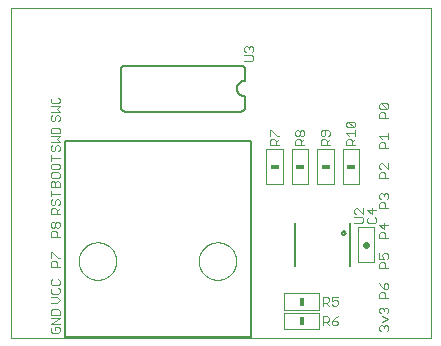
<source format=gto>
G75*
%MOIN*%
%OFA0B0*%
%FSLAX25Y25*%
%IPPOS*%
%LPD*%
%AMOC8*
5,1,8,0,0,1.08239X$1,22.5*
%
%ADD10C,0.00000*%
%ADD11C,0.00300*%
%ADD12C,0.00800*%
%ADD13R,0.01800X0.03000*%
%ADD14C,0.00200*%
%ADD15R,0.03000X0.01800*%
%ADD16C,0.00600*%
%ADD17C,0.02200*%
%ADD18C,0.00500*%
D10*
X0001500Y0005000D02*
X0001500Y0115000D01*
X0141500Y0115000D01*
X0141500Y0005000D01*
X0001500Y0005000D01*
X0024250Y0030500D02*
X0024252Y0030658D01*
X0024258Y0030815D01*
X0024268Y0030973D01*
X0024282Y0031130D01*
X0024300Y0031286D01*
X0024321Y0031443D01*
X0024347Y0031598D01*
X0024377Y0031753D01*
X0024410Y0031907D01*
X0024448Y0032060D01*
X0024489Y0032213D01*
X0024534Y0032364D01*
X0024583Y0032514D01*
X0024636Y0032662D01*
X0024692Y0032810D01*
X0024753Y0032955D01*
X0024816Y0033100D01*
X0024884Y0033242D01*
X0024955Y0033383D01*
X0025029Y0033522D01*
X0025107Y0033659D01*
X0025189Y0033794D01*
X0025273Y0033927D01*
X0025362Y0034058D01*
X0025453Y0034186D01*
X0025548Y0034313D01*
X0025645Y0034436D01*
X0025746Y0034558D01*
X0025850Y0034676D01*
X0025957Y0034792D01*
X0026067Y0034905D01*
X0026179Y0035016D01*
X0026295Y0035123D01*
X0026413Y0035228D01*
X0026533Y0035330D01*
X0026656Y0035428D01*
X0026782Y0035524D01*
X0026910Y0035616D01*
X0027040Y0035705D01*
X0027172Y0035791D01*
X0027307Y0035873D01*
X0027444Y0035952D01*
X0027582Y0036027D01*
X0027722Y0036099D01*
X0027865Y0036167D01*
X0028008Y0036232D01*
X0028154Y0036293D01*
X0028301Y0036350D01*
X0028449Y0036404D01*
X0028599Y0036454D01*
X0028749Y0036500D01*
X0028901Y0036542D01*
X0029054Y0036581D01*
X0029208Y0036615D01*
X0029363Y0036646D01*
X0029518Y0036672D01*
X0029674Y0036695D01*
X0029831Y0036714D01*
X0029988Y0036729D01*
X0030145Y0036740D01*
X0030303Y0036747D01*
X0030461Y0036750D01*
X0030618Y0036749D01*
X0030776Y0036744D01*
X0030933Y0036735D01*
X0031091Y0036722D01*
X0031247Y0036705D01*
X0031404Y0036684D01*
X0031559Y0036660D01*
X0031714Y0036631D01*
X0031869Y0036598D01*
X0032022Y0036562D01*
X0032175Y0036521D01*
X0032326Y0036477D01*
X0032476Y0036429D01*
X0032625Y0036378D01*
X0032773Y0036322D01*
X0032919Y0036263D01*
X0033064Y0036200D01*
X0033207Y0036133D01*
X0033348Y0036063D01*
X0033487Y0035990D01*
X0033625Y0035913D01*
X0033761Y0035832D01*
X0033894Y0035748D01*
X0034025Y0035661D01*
X0034154Y0035570D01*
X0034281Y0035476D01*
X0034406Y0035379D01*
X0034527Y0035279D01*
X0034647Y0035176D01*
X0034763Y0035070D01*
X0034877Y0034961D01*
X0034989Y0034849D01*
X0035097Y0034735D01*
X0035202Y0034617D01*
X0035305Y0034497D01*
X0035404Y0034375D01*
X0035500Y0034250D01*
X0035593Y0034122D01*
X0035683Y0033993D01*
X0035769Y0033861D01*
X0035853Y0033727D01*
X0035932Y0033591D01*
X0036009Y0033453D01*
X0036081Y0033313D01*
X0036150Y0033171D01*
X0036216Y0033028D01*
X0036278Y0032883D01*
X0036336Y0032736D01*
X0036391Y0032588D01*
X0036442Y0032439D01*
X0036489Y0032288D01*
X0036532Y0032137D01*
X0036571Y0031984D01*
X0036607Y0031830D01*
X0036638Y0031676D01*
X0036666Y0031521D01*
X0036690Y0031365D01*
X0036710Y0031208D01*
X0036726Y0031051D01*
X0036738Y0030894D01*
X0036746Y0030737D01*
X0036750Y0030579D01*
X0036750Y0030421D01*
X0036746Y0030263D01*
X0036738Y0030106D01*
X0036726Y0029949D01*
X0036710Y0029792D01*
X0036690Y0029635D01*
X0036666Y0029479D01*
X0036638Y0029324D01*
X0036607Y0029170D01*
X0036571Y0029016D01*
X0036532Y0028863D01*
X0036489Y0028712D01*
X0036442Y0028561D01*
X0036391Y0028412D01*
X0036336Y0028264D01*
X0036278Y0028117D01*
X0036216Y0027972D01*
X0036150Y0027829D01*
X0036081Y0027687D01*
X0036009Y0027547D01*
X0035932Y0027409D01*
X0035853Y0027273D01*
X0035769Y0027139D01*
X0035683Y0027007D01*
X0035593Y0026878D01*
X0035500Y0026750D01*
X0035404Y0026625D01*
X0035305Y0026503D01*
X0035202Y0026383D01*
X0035097Y0026265D01*
X0034989Y0026151D01*
X0034877Y0026039D01*
X0034763Y0025930D01*
X0034647Y0025824D01*
X0034527Y0025721D01*
X0034406Y0025621D01*
X0034281Y0025524D01*
X0034154Y0025430D01*
X0034025Y0025339D01*
X0033894Y0025252D01*
X0033761Y0025168D01*
X0033625Y0025087D01*
X0033487Y0025010D01*
X0033348Y0024937D01*
X0033207Y0024867D01*
X0033064Y0024800D01*
X0032919Y0024737D01*
X0032773Y0024678D01*
X0032625Y0024622D01*
X0032476Y0024571D01*
X0032326Y0024523D01*
X0032175Y0024479D01*
X0032022Y0024438D01*
X0031869Y0024402D01*
X0031714Y0024369D01*
X0031559Y0024340D01*
X0031404Y0024316D01*
X0031247Y0024295D01*
X0031091Y0024278D01*
X0030933Y0024265D01*
X0030776Y0024256D01*
X0030618Y0024251D01*
X0030461Y0024250D01*
X0030303Y0024253D01*
X0030145Y0024260D01*
X0029988Y0024271D01*
X0029831Y0024286D01*
X0029674Y0024305D01*
X0029518Y0024328D01*
X0029363Y0024354D01*
X0029208Y0024385D01*
X0029054Y0024419D01*
X0028901Y0024458D01*
X0028749Y0024500D01*
X0028599Y0024546D01*
X0028449Y0024596D01*
X0028301Y0024650D01*
X0028154Y0024707D01*
X0028008Y0024768D01*
X0027865Y0024833D01*
X0027722Y0024901D01*
X0027582Y0024973D01*
X0027444Y0025048D01*
X0027307Y0025127D01*
X0027172Y0025209D01*
X0027040Y0025295D01*
X0026910Y0025384D01*
X0026782Y0025476D01*
X0026656Y0025572D01*
X0026533Y0025670D01*
X0026413Y0025772D01*
X0026295Y0025877D01*
X0026179Y0025984D01*
X0026067Y0026095D01*
X0025957Y0026208D01*
X0025850Y0026324D01*
X0025746Y0026442D01*
X0025645Y0026564D01*
X0025548Y0026687D01*
X0025453Y0026814D01*
X0025362Y0026942D01*
X0025273Y0027073D01*
X0025189Y0027206D01*
X0025107Y0027341D01*
X0025029Y0027478D01*
X0024955Y0027617D01*
X0024884Y0027758D01*
X0024816Y0027900D01*
X0024753Y0028045D01*
X0024692Y0028190D01*
X0024636Y0028338D01*
X0024583Y0028486D01*
X0024534Y0028636D01*
X0024489Y0028787D01*
X0024448Y0028940D01*
X0024410Y0029093D01*
X0024377Y0029247D01*
X0024347Y0029402D01*
X0024321Y0029557D01*
X0024300Y0029714D01*
X0024282Y0029870D01*
X0024268Y0030027D01*
X0024258Y0030185D01*
X0024252Y0030342D01*
X0024250Y0030500D01*
X0064250Y0030500D02*
X0064252Y0030658D01*
X0064258Y0030815D01*
X0064268Y0030973D01*
X0064282Y0031130D01*
X0064300Y0031286D01*
X0064321Y0031443D01*
X0064347Y0031598D01*
X0064377Y0031753D01*
X0064410Y0031907D01*
X0064448Y0032060D01*
X0064489Y0032213D01*
X0064534Y0032364D01*
X0064583Y0032514D01*
X0064636Y0032662D01*
X0064692Y0032810D01*
X0064753Y0032955D01*
X0064816Y0033100D01*
X0064884Y0033242D01*
X0064955Y0033383D01*
X0065029Y0033522D01*
X0065107Y0033659D01*
X0065189Y0033794D01*
X0065273Y0033927D01*
X0065362Y0034058D01*
X0065453Y0034186D01*
X0065548Y0034313D01*
X0065645Y0034436D01*
X0065746Y0034558D01*
X0065850Y0034676D01*
X0065957Y0034792D01*
X0066067Y0034905D01*
X0066179Y0035016D01*
X0066295Y0035123D01*
X0066413Y0035228D01*
X0066533Y0035330D01*
X0066656Y0035428D01*
X0066782Y0035524D01*
X0066910Y0035616D01*
X0067040Y0035705D01*
X0067172Y0035791D01*
X0067307Y0035873D01*
X0067444Y0035952D01*
X0067582Y0036027D01*
X0067722Y0036099D01*
X0067865Y0036167D01*
X0068008Y0036232D01*
X0068154Y0036293D01*
X0068301Y0036350D01*
X0068449Y0036404D01*
X0068599Y0036454D01*
X0068749Y0036500D01*
X0068901Y0036542D01*
X0069054Y0036581D01*
X0069208Y0036615D01*
X0069363Y0036646D01*
X0069518Y0036672D01*
X0069674Y0036695D01*
X0069831Y0036714D01*
X0069988Y0036729D01*
X0070145Y0036740D01*
X0070303Y0036747D01*
X0070461Y0036750D01*
X0070618Y0036749D01*
X0070776Y0036744D01*
X0070933Y0036735D01*
X0071091Y0036722D01*
X0071247Y0036705D01*
X0071404Y0036684D01*
X0071559Y0036660D01*
X0071714Y0036631D01*
X0071869Y0036598D01*
X0072022Y0036562D01*
X0072175Y0036521D01*
X0072326Y0036477D01*
X0072476Y0036429D01*
X0072625Y0036378D01*
X0072773Y0036322D01*
X0072919Y0036263D01*
X0073064Y0036200D01*
X0073207Y0036133D01*
X0073348Y0036063D01*
X0073487Y0035990D01*
X0073625Y0035913D01*
X0073761Y0035832D01*
X0073894Y0035748D01*
X0074025Y0035661D01*
X0074154Y0035570D01*
X0074281Y0035476D01*
X0074406Y0035379D01*
X0074527Y0035279D01*
X0074647Y0035176D01*
X0074763Y0035070D01*
X0074877Y0034961D01*
X0074989Y0034849D01*
X0075097Y0034735D01*
X0075202Y0034617D01*
X0075305Y0034497D01*
X0075404Y0034375D01*
X0075500Y0034250D01*
X0075593Y0034122D01*
X0075683Y0033993D01*
X0075769Y0033861D01*
X0075853Y0033727D01*
X0075932Y0033591D01*
X0076009Y0033453D01*
X0076081Y0033313D01*
X0076150Y0033171D01*
X0076216Y0033028D01*
X0076278Y0032883D01*
X0076336Y0032736D01*
X0076391Y0032588D01*
X0076442Y0032439D01*
X0076489Y0032288D01*
X0076532Y0032137D01*
X0076571Y0031984D01*
X0076607Y0031830D01*
X0076638Y0031676D01*
X0076666Y0031521D01*
X0076690Y0031365D01*
X0076710Y0031208D01*
X0076726Y0031051D01*
X0076738Y0030894D01*
X0076746Y0030737D01*
X0076750Y0030579D01*
X0076750Y0030421D01*
X0076746Y0030263D01*
X0076738Y0030106D01*
X0076726Y0029949D01*
X0076710Y0029792D01*
X0076690Y0029635D01*
X0076666Y0029479D01*
X0076638Y0029324D01*
X0076607Y0029170D01*
X0076571Y0029016D01*
X0076532Y0028863D01*
X0076489Y0028712D01*
X0076442Y0028561D01*
X0076391Y0028412D01*
X0076336Y0028264D01*
X0076278Y0028117D01*
X0076216Y0027972D01*
X0076150Y0027829D01*
X0076081Y0027687D01*
X0076009Y0027547D01*
X0075932Y0027409D01*
X0075853Y0027273D01*
X0075769Y0027139D01*
X0075683Y0027007D01*
X0075593Y0026878D01*
X0075500Y0026750D01*
X0075404Y0026625D01*
X0075305Y0026503D01*
X0075202Y0026383D01*
X0075097Y0026265D01*
X0074989Y0026151D01*
X0074877Y0026039D01*
X0074763Y0025930D01*
X0074647Y0025824D01*
X0074527Y0025721D01*
X0074406Y0025621D01*
X0074281Y0025524D01*
X0074154Y0025430D01*
X0074025Y0025339D01*
X0073894Y0025252D01*
X0073761Y0025168D01*
X0073625Y0025087D01*
X0073487Y0025010D01*
X0073348Y0024937D01*
X0073207Y0024867D01*
X0073064Y0024800D01*
X0072919Y0024737D01*
X0072773Y0024678D01*
X0072625Y0024622D01*
X0072476Y0024571D01*
X0072326Y0024523D01*
X0072175Y0024479D01*
X0072022Y0024438D01*
X0071869Y0024402D01*
X0071714Y0024369D01*
X0071559Y0024340D01*
X0071404Y0024316D01*
X0071247Y0024295D01*
X0071091Y0024278D01*
X0070933Y0024265D01*
X0070776Y0024256D01*
X0070618Y0024251D01*
X0070461Y0024250D01*
X0070303Y0024253D01*
X0070145Y0024260D01*
X0069988Y0024271D01*
X0069831Y0024286D01*
X0069674Y0024305D01*
X0069518Y0024328D01*
X0069363Y0024354D01*
X0069208Y0024385D01*
X0069054Y0024419D01*
X0068901Y0024458D01*
X0068749Y0024500D01*
X0068599Y0024546D01*
X0068449Y0024596D01*
X0068301Y0024650D01*
X0068154Y0024707D01*
X0068008Y0024768D01*
X0067865Y0024833D01*
X0067722Y0024901D01*
X0067582Y0024973D01*
X0067444Y0025048D01*
X0067307Y0025127D01*
X0067172Y0025209D01*
X0067040Y0025295D01*
X0066910Y0025384D01*
X0066782Y0025476D01*
X0066656Y0025572D01*
X0066533Y0025670D01*
X0066413Y0025772D01*
X0066295Y0025877D01*
X0066179Y0025984D01*
X0066067Y0026095D01*
X0065957Y0026208D01*
X0065850Y0026324D01*
X0065746Y0026442D01*
X0065645Y0026564D01*
X0065548Y0026687D01*
X0065453Y0026814D01*
X0065362Y0026942D01*
X0065273Y0027073D01*
X0065189Y0027206D01*
X0065107Y0027341D01*
X0065029Y0027478D01*
X0064955Y0027617D01*
X0064884Y0027758D01*
X0064816Y0027900D01*
X0064753Y0028045D01*
X0064692Y0028190D01*
X0064636Y0028338D01*
X0064583Y0028486D01*
X0064534Y0028636D01*
X0064489Y0028787D01*
X0064448Y0028940D01*
X0064410Y0029093D01*
X0064377Y0029247D01*
X0064347Y0029402D01*
X0064321Y0029557D01*
X0064300Y0029714D01*
X0064282Y0029870D01*
X0064268Y0030027D01*
X0064258Y0030185D01*
X0064252Y0030342D01*
X0064250Y0030500D01*
D11*
X0087948Y0069150D02*
X0087948Y0070601D01*
X0088431Y0071085D01*
X0089399Y0071085D01*
X0089883Y0070601D01*
X0089883Y0069150D01*
X0090850Y0069150D02*
X0087948Y0069150D01*
X0089883Y0070117D02*
X0090850Y0071085D01*
X0090850Y0072097D02*
X0090366Y0072097D01*
X0088431Y0074031D01*
X0087948Y0074031D01*
X0087948Y0072097D01*
X0096448Y0072580D02*
X0096448Y0073548D01*
X0096931Y0074031D01*
X0097415Y0074031D01*
X0097899Y0073548D01*
X0097899Y0072580D01*
X0097415Y0072097D01*
X0096931Y0072097D01*
X0096448Y0072580D01*
X0097899Y0072580D02*
X0098383Y0072097D01*
X0098866Y0072097D01*
X0099350Y0072580D01*
X0099350Y0073548D01*
X0098866Y0074031D01*
X0098383Y0074031D01*
X0097899Y0073548D01*
X0097899Y0071085D02*
X0098383Y0070601D01*
X0098383Y0069150D01*
X0099350Y0069150D02*
X0096448Y0069150D01*
X0096448Y0070601D01*
X0096931Y0071085D01*
X0097899Y0071085D01*
X0098383Y0070117D02*
X0099350Y0071085D01*
X0104948Y0070601D02*
X0105431Y0071085D01*
X0106399Y0071085D01*
X0106883Y0070601D01*
X0106883Y0069150D01*
X0107850Y0069150D02*
X0104948Y0069150D01*
X0104948Y0070601D01*
X0105431Y0072097D02*
X0105915Y0072097D01*
X0106399Y0072580D01*
X0106399Y0074031D01*
X0107366Y0074031D02*
X0105431Y0074031D01*
X0104948Y0073548D01*
X0104948Y0072580D01*
X0105431Y0072097D01*
X0106883Y0070117D02*
X0107850Y0071085D01*
X0107366Y0072097D02*
X0107850Y0072580D01*
X0107850Y0073548D01*
X0107366Y0074031D01*
X0113448Y0073064D02*
X0116350Y0073064D01*
X0116350Y0072097D02*
X0116350Y0074031D01*
X0115866Y0075043D02*
X0113931Y0076978D01*
X0115866Y0076978D01*
X0116350Y0076494D01*
X0116350Y0075527D01*
X0115866Y0075043D01*
X0113931Y0075043D01*
X0113448Y0075527D01*
X0113448Y0076494D01*
X0113931Y0076978D01*
X0113448Y0073064D02*
X0114415Y0072097D01*
X0113931Y0071085D02*
X0114899Y0071085D01*
X0115383Y0070601D01*
X0115383Y0069150D01*
X0116350Y0069150D02*
X0113448Y0069150D01*
X0113448Y0070601D01*
X0113931Y0071085D01*
X0115383Y0070117D02*
X0116350Y0071085D01*
X0124448Y0072064D02*
X0127350Y0072064D01*
X0127350Y0071097D02*
X0127350Y0073031D01*
X0125415Y0071097D02*
X0124448Y0072064D01*
X0124931Y0070085D02*
X0124448Y0069601D01*
X0124448Y0068150D01*
X0127350Y0068150D01*
X0126383Y0068150D02*
X0126383Y0069601D01*
X0125899Y0070085D01*
X0124931Y0070085D01*
X0124931Y0063031D02*
X0124448Y0062548D01*
X0124448Y0061580D01*
X0124931Y0061097D01*
X0124931Y0060085D02*
X0125899Y0060085D01*
X0126383Y0059601D01*
X0126383Y0058150D01*
X0127350Y0058150D02*
X0124448Y0058150D01*
X0124448Y0059601D01*
X0124931Y0060085D01*
X0127350Y0061097D02*
X0125415Y0063031D01*
X0124931Y0063031D01*
X0127350Y0063031D02*
X0127350Y0061097D01*
X0126866Y0053031D02*
X0127350Y0052548D01*
X0127350Y0051580D01*
X0126866Y0051097D01*
X0125899Y0052064D02*
X0125899Y0052548D01*
X0126383Y0053031D01*
X0126866Y0053031D01*
X0125899Y0052548D02*
X0125415Y0053031D01*
X0124931Y0053031D01*
X0124448Y0052548D01*
X0124448Y0051580D01*
X0124931Y0051097D01*
X0124931Y0050085D02*
X0124448Y0049601D01*
X0124448Y0048150D01*
X0127350Y0048150D01*
X0126383Y0048150D02*
X0126383Y0049601D01*
X0125899Y0050085D01*
X0124931Y0050085D01*
X0123350Y0047548D02*
X0120448Y0047548D01*
X0121899Y0046097D01*
X0121899Y0048031D01*
X0119050Y0048138D02*
X0119050Y0046203D01*
X0117115Y0048138D01*
X0116631Y0048138D01*
X0116148Y0047655D01*
X0116148Y0046687D01*
X0116631Y0046203D01*
X0116148Y0045192D02*
X0118566Y0045192D01*
X0119050Y0044708D01*
X0119050Y0043741D01*
X0118566Y0043257D01*
X0116148Y0043257D01*
X0120448Y0043634D02*
X0120931Y0043150D01*
X0122866Y0043150D01*
X0123350Y0043634D01*
X0123350Y0044601D01*
X0122866Y0045085D01*
X0120931Y0045085D02*
X0120448Y0044601D01*
X0120448Y0043634D01*
X0124448Y0042548D02*
X0125899Y0041097D01*
X0125899Y0043031D01*
X0127350Y0042548D02*
X0124448Y0042548D01*
X0124931Y0040085D02*
X0125899Y0040085D01*
X0126383Y0039601D01*
X0126383Y0038150D01*
X0127350Y0038150D02*
X0124448Y0038150D01*
X0124448Y0039601D01*
X0124931Y0040085D01*
X0124448Y0033031D02*
X0124448Y0031097D01*
X0125899Y0031097D01*
X0125415Y0032064D01*
X0125415Y0032548D01*
X0125899Y0033031D01*
X0126866Y0033031D01*
X0127350Y0032548D01*
X0127350Y0031580D01*
X0126866Y0031097D01*
X0125899Y0030085D02*
X0126383Y0029601D01*
X0126383Y0028150D01*
X0127350Y0028150D02*
X0124448Y0028150D01*
X0124448Y0029601D01*
X0124931Y0030085D01*
X0125899Y0030085D01*
X0126383Y0023031D02*
X0125899Y0022548D01*
X0125899Y0021097D01*
X0126866Y0021097D01*
X0127350Y0021580D01*
X0127350Y0022548D01*
X0126866Y0023031D01*
X0126383Y0023031D01*
X0124931Y0022064D02*
X0125899Y0021097D01*
X0125899Y0020085D02*
X0126383Y0019601D01*
X0126383Y0018150D01*
X0127350Y0018150D02*
X0124448Y0018150D01*
X0124448Y0019601D01*
X0124931Y0020085D01*
X0125899Y0020085D01*
X0124931Y0022064D02*
X0124448Y0023031D01*
X0124931Y0014978D02*
X0125415Y0014978D01*
X0125899Y0014494D01*
X0126383Y0014978D01*
X0126866Y0014978D01*
X0127350Y0014494D01*
X0127350Y0013527D01*
X0126866Y0013043D01*
X0125899Y0014011D02*
X0125899Y0014494D01*
X0124931Y0014978D02*
X0124448Y0014494D01*
X0124448Y0013527D01*
X0124931Y0013043D01*
X0125415Y0012031D02*
X0127350Y0011064D01*
X0125415Y0010097D01*
X0125415Y0009085D02*
X0125899Y0008601D01*
X0126383Y0009085D01*
X0126866Y0009085D01*
X0127350Y0008601D01*
X0127350Y0007634D01*
X0126866Y0007150D01*
X0125899Y0008117D02*
X0125899Y0008601D01*
X0125415Y0009085D02*
X0124931Y0009085D01*
X0124448Y0008601D01*
X0124448Y0007634D01*
X0124931Y0007150D01*
X0110531Y0009634D02*
X0110531Y0010117D01*
X0110048Y0010601D01*
X0108597Y0010601D01*
X0108597Y0009634D01*
X0109080Y0009150D01*
X0110048Y0009150D01*
X0110531Y0009634D01*
X0108597Y0010601D02*
X0109564Y0011569D01*
X0110531Y0012052D01*
X0107585Y0011569D02*
X0107585Y0010601D01*
X0107101Y0010117D01*
X0105650Y0010117D01*
X0105650Y0009150D02*
X0105650Y0012052D01*
X0107101Y0012052D01*
X0107585Y0011569D01*
X0106617Y0010117D02*
X0107585Y0009150D01*
X0107585Y0015650D02*
X0106617Y0016617D01*
X0107101Y0016617D02*
X0105650Y0016617D01*
X0105650Y0015650D02*
X0105650Y0018552D01*
X0107101Y0018552D01*
X0107585Y0018069D01*
X0107585Y0017101D01*
X0107101Y0016617D01*
X0108597Y0016134D02*
X0109080Y0015650D01*
X0110048Y0015650D01*
X0110531Y0016134D01*
X0110531Y0017101D01*
X0110048Y0017585D01*
X0109564Y0017585D01*
X0108597Y0017101D01*
X0108597Y0018552D01*
X0110531Y0018552D01*
X0124448Y0078150D02*
X0124448Y0079601D01*
X0124931Y0080085D01*
X0125899Y0080085D01*
X0126383Y0079601D01*
X0126383Y0078150D01*
X0127350Y0078150D02*
X0124448Y0078150D01*
X0124931Y0081097D02*
X0124448Y0081580D01*
X0124448Y0082548D01*
X0124931Y0083031D01*
X0126866Y0081097D01*
X0127350Y0081580D01*
X0127350Y0082548D01*
X0126866Y0083031D01*
X0124931Y0083031D01*
X0124931Y0081097D02*
X0126866Y0081097D01*
X0082350Y0097634D02*
X0082350Y0098601D01*
X0081866Y0099085D01*
X0079448Y0099085D01*
X0079931Y0100097D02*
X0079448Y0100580D01*
X0079448Y0101548D01*
X0079931Y0102031D01*
X0080415Y0102031D01*
X0080899Y0101548D01*
X0081383Y0102031D01*
X0081866Y0102031D01*
X0082350Y0101548D01*
X0082350Y0100580D01*
X0081866Y0100097D01*
X0080899Y0101064D02*
X0080899Y0101548D01*
X0082350Y0097634D02*
X0081866Y0097150D01*
X0079448Y0097150D01*
X0017850Y0084494D02*
X0017366Y0084978D01*
X0017850Y0084494D02*
X0017850Y0083527D01*
X0017366Y0083043D01*
X0015431Y0083043D01*
X0014948Y0083527D01*
X0014948Y0084494D01*
X0015431Y0084978D01*
X0014948Y0082031D02*
X0017850Y0082031D01*
X0016883Y0081064D01*
X0017850Y0080097D01*
X0014948Y0080097D01*
X0015431Y0079085D02*
X0014948Y0078601D01*
X0014948Y0077634D01*
X0015431Y0077150D01*
X0015915Y0077150D01*
X0016399Y0077634D01*
X0016399Y0078601D01*
X0016883Y0079085D01*
X0017366Y0079085D01*
X0017850Y0078601D01*
X0017850Y0077634D01*
X0017366Y0077150D01*
X0017366Y0074978D02*
X0015431Y0074978D01*
X0014948Y0074494D01*
X0014948Y0073043D01*
X0017850Y0073043D01*
X0017850Y0074494D01*
X0017366Y0074978D01*
X0017850Y0072031D02*
X0014948Y0072031D01*
X0014948Y0070097D02*
X0017850Y0070097D01*
X0016883Y0071064D01*
X0017850Y0072031D01*
X0017366Y0069085D02*
X0017850Y0068601D01*
X0017850Y0067634D01*
X0017366Y0067150D01*
X0016399Y0067634D02*
X0016399Y0068601D01*
X0016883Y0069085D01*
X0017366Y0069085D01*
X0016399Y0067634D02*
X0015915Y0067150D01*
X0015431Y0067150D01*
X0014948Y0067634D01*
X0014948Y0068601D01*
X0015431Y0069085D01*
X0014948Y0065925D02*
X0014948Y0063990D01*
X0014948Y0064957D02*
X0017850Y0064957D01*
X0017366Y0062978D02*
X0015431Y0062978D01*
X0014948Y0062494D01*
X0014948Y0061527D01*
X0015431Y0061043D01*
X0017366Y0061043D01*
X0017850Y0061527D01*
X0017850Y0062494D01*
X0017366Y0062978D01*
X0017366Y0060031D02*
X0015431Y0060031D01*
X0014948Y0059548D01*
X0014948Y0058580D01*
X0015431Y0058097D01*
X0017366Y0058097D01*
X0017850Y0058580D01*
X0017850Y0059548D01*
X0017366Y0060031D01*
X0017366Y0057085D02*
X0017850Y0056601D01*
X0017850Y0055150D01*
X0014948Y0055150D01*
X0014948Y0056601D01*
X0015431Y0057085D01*
X0015915Y0057085D01*
X0016399Y0056601D01*
X0016399Y0055150D01*
X0016399Y0056601D02*
X0016883Y0057085D01*
X0017366Y0057085D01*
X0014948Y0053978D02*
X0014948Y0052043D01*
X0014948Y0053011D02*
X0017850Y0053011D01*
X0017366Y0051031D02*
X0017850Y0050548D01*
X0017850Y0049580D01*
X0017366Y0049097D01*
X0016399Y0049580D02*
X0016399Y0050548D01*
X0016883Y0051031D01*
X0017366Y0051031D01*
X0016399Y0049580D02*
X0015915Y0049097D01*
X0015431Y0049097D01*
X0014948Y0049580D01*
X0014948Y0050548D01*
X0015431Y0051031D01*
X0015431Y0048085D02*
X0016399Y0048085D01*
X0016883Y0047601D01*
X0016883Y0046150D01*
X0017850Y0046150D02*
X0014948Y0046150D01*
X0014948Y0047601D01*
X0015431Y0048085D01*
X0016883Y0047117D02*
X0017850Y0048085D01*
X0017366Y0043531D02*
X0017850Y0043048D01*
X0017850Y0042080D01*
X0017366Y0041597D01*
X0016883Y0041597D01*
X0016399Y0042080D01*
X0016399Y0043048D01*
X0016883Y0043531D01*
X0017366Y0043531D01*
X0016399Y0043048D02*
X0015915Y0043531D01*
X0015431Y0043531D01*
X0014948Y0043048D01*
X0014948Y0042080D01*
X0015431Y0041597D01*
X0015915Y0041597D01*
X0016399Y0042080D01*
X0016399Y0040585D02*
X0015431Y0040585D01*
X0014948Y0040101D01*
X0014948Y0038650D01*
X0017850Y0038650D01*
X0016883Y0038650D02*
X0016883Y0040101D01*
X0016399Y0040585D01*
X0015431Y0033531D02*
X0017366Y0031597D01*
X0017850Y0031597D01*
X0016399Y0030585D02*
X0016883Y0030101D01*
X0016883Y0028650D01*
X0017850Y0028650D02*
X0014948Y0028650D01*
X0014948Y0030101D01*
X0015431Y0030585D01*
X0016399Y0030585D01*
X0014948Y0031597D02*
X0014948Y0033531D01*
X0015431Y0033531D01*
X0015431Y0024478D02*
X0014948Y0023994D01*
X0014948Y0023027D01*
X0015431Y0022543D01*
X0017366Y0022543D01*
X0017850Y0023027D01*
X0017850Y0023994D01*
X0017366Y0024478D01*
X0017366Y0021531D02*
X0017850Y0021048D01*
X0017850Y0020080D01*
X0017366Y0019597D01*
X0015431Y0019597D01*
X0014948Y0020080D01*
X0014948Y0021048D01*
X0015431Y0021531D01*
X0014948Y0018585D02*
X0016883Y0018585D01*
X0017850Y0017617D01*
X0016883Y0016650D01*
X0014948Y0016650D01*
X0015431Y0014478D02*
X0014948Y0013994D01*
X0014948Y0012543D01*
X0017850Y0012543D01*
X0017850Y0013994D01*
X0017366Y0014478D01*
X0015431Y0014478D01*
X0014948Y0011531D02*
X0017850Y0011531D01*
X0014948Y0009597D01*
X0017850Y0009597D01*
X0017366Y0008585D02*
X0016399Y0008585D01*
X0016399Y0007617D01*
X0017366Y0006650D02*
X0015431Y0006650D01*
X0014948Y0007134D01*
X0014948Y0008101D01*
X0015431Y0008585D01*
X0017366Y0008585D02*
X0017850Y0008101D01*
X0017850Y0007134D01*
X0017366Y0006650D01*
D12*
X0039800Y0080337D02*
X0078200Y0080337D01*
X0078281Y0080349D01*
X0078361Y0080364D01*
X0078440Y0080383D01*
X0078518Y0080405D01*
X0078595Y0080432D01*
X0078671Y0080461D01*
X0078745Y0080495D01*
X0078817Y0080532D01*
X0078888Y0080572D01*
X0078956Y0080616D01*
X0079023Y0080663D01*
X0079087Y0080713D01*
X0079148Y0080766D01*
X0079207Y0080822D01*
X0079264Y0080881D01*
X0079317Y0080942D01*
X0079368Y0081006D01*
X0079415Y0081072D01*
X0079459Y0081140D01*
X0079500Y0081210D01*
X0079538Y0081282D01*
X0079572Y0081356D01*
X0079602Y0081432D01*
X0079629Y0081508D01*
X0079652Y0081586D01*
X0079672Y0081665D01*
X0079687Y0081745D01*
X0079699Y0081826D01*
X0079707Y0081906D01*
X0079711Y0081988D01*
X0079712Y0082069D01*
X0079708Y0082150D01*
X0079701Y0082231D01*
X0079700Y0082281D02*
X0079700Y0085600D01*
X0079500Y0085600D02*
X0079402Y0085602D01*
X0079304Y0085608D01*
X0079206Y0085617D01*
X0079109Y0085631D01*
X0079012Y0085648D01*
X0078916Y0085669D01*
X0078821Y0085694D01*
X0078727Y0085722D01*
X0078635Y0085755D01*
X0078543Y0085790D01*
X0078453Y0085830D01*
X0078365Y0085872D01*
X0078278Y0085919D01*
X0078194Y0085968D01*
X0078111Y0086021D01*
X0078031Y0086077D01*
X0077952Y0086137D01*
X0077876Y0086199D01*
X0077803Y0086264D01*
X0077732Y0086332D01*
X0077664Y0086403D01*
X0077599Y0086476D01*
X0077537Y0086552D01*
X0077477Y0086631D01*
X0077421Y0086711D01*
X0077368Y0086794D01*
X0077319Y0086878D01*
X0077272Y0086965D01*
X0077230Y0087053D01*
X0077190Y0087143D01*
X0077155Y0087235D01*
X0077122Y0087327D01*
X0077094Y0087421D01*
X0077069Y0087516D01*
X0077048Y0087612D01*
X0077031Y0087709D01*
X0077017Y0087806D01*
X0077008Y0087904D01*
X0077002Y0088002D01*
X0077000Y0088100D01*
X0077002Y0088198D01*
X0077008Y0088296D01*
X0077017Y0088394D01*
X0077031Y0088491D01*
X0077048Y0088588D01*
X0077069Y0088684D01*
X0077094Y0088779D01*
X0077122Y0088873D01*
X0077155Y0088965D01*
X0077190Y0089057D01*
X0077230Y0089147D01*
X0077272Y0089235D01*
X0077319Y0089322D01*
X0077368Y0089406D01*
X0077421Y0089489D01*
X0077477Y0089569D01*
X0077537Y0089648D01*
X0077599Y0089724D01*
X0077664Y0089797D01*
X0077732Y0089868D01*
X0077803Y0089936D01*
X0077876Y0090001D01*
X0077952Y0090063D01*
X0078031Y0090123D01*
X0078111Y0090179D01*
X0078194Y0090232D01*
X0078278Y0090281D01*
X0078365Y0090328D01*
X0078453Y0090370D01*
X0078543Y0090410D01*
X0078635Y0090445D01*
X0078727Y0090478D01*
X0078821Y0090506D01*
X0078916Y0090531D01*
X0079012Y0090552D01*
X0079109Y0090569D01*
X0079206Y0090583D01*
X0079304Y0090592D01*
X0079402Y0090598D01*
X0079500Y0090600D01*
X0079700Y0090600D02*
X0079700Y0094556D01*
X0079699Y0094556D02*
X0079687Y0094626D01*
X0079670Y0094696D01*
X0079650Y0094764D01*
X0079627Y0094832D01*
X0079599Y0094898D01*
X0079568Y0094962D01*
X0079534Y0095024D01*
X0079496Y0095085D01*
X0079456Y0095144D01*
X0079412Y0095200D01*
X0079365Y0095253D01*
X0079315Y0095305D01*
X0079262Y0095353D01*
X0079207Y0095398D01*
X0079150Y0095441D01*
X0079090Y0095480D01*
X0079028Y0095516D01*
X0078965Y0095548D01*
X0078900Y0095577D01*
X0078833Y0095603D01*
X0078765Y0095625D01*
X0078696Y0095643D01*
X0078626Y0095657D01*
X0078555Y0095667D01*
X0078484Y0095674D01*
X0078413Y0095677D01*
X0078342Y0095676D01*
X0078270Y0095671D01*
X0078200Y0095662D01*
X0078200Y0095663D02*
X0039406Y0095663D01*
X0039406Y0095662D02*
X0039336Y0095650D01*
X0039266Y0095633D01*
X0039198Y0095613D01*
X0039131Y0095589D01*
X0039065Y0095562D01*
X0039000Y0095531D01*
X0038938Y0095497D01*
X0038877Y0095459D01*
X0038819Y0095418D01*
X0038762Y0095374D01*
X0038709Y0095327D01*
X0038658Y0095277D01*
X0038609Y0095225D01*
X0038564Y0095170D01*
X0038521Y0095112D01*
X0038482Y0095053D01*
X0038446Y0094991D01*
X0038414Y0094927D01*
X0038385Y0094862D01*
X0038359Y0094796D01*
X0038338Y0094728D01*
X0038319Y0094658D01*
X0038305Y0094589D01*
X0038295Y0094518D01*
X0038288Y0094447D01*
X0038285Y0094376D01*
X0038286Y0094304D01*
X0038291Y0094233D01*
X0038300Y0094162D01*
X0038300Y0094163D02*
X0038300Y0081837D01*
X0038302Y0081761D01*
X0038308Y0081686D01*
X0038317Y0081610D01*
X0038331Y0081535D01*
X0038348Y0081461D01*
X0038369Y0081388D01*
X0038393Y0081316D01*
X0038421Y0081246D01*
X0038453Y0081177D01*
X0038488Y0081109D01*
X0038527Y0081044D01*
X0038569Y0080980D01*
X0038614Y0080919D01*
X0038662Y0080860D01*
X0038713Y0080804D01*
X0038767Y0080750D01*
X0038823Y0080699D01*
X0038882Y0080651D01*
X0038943Y0080606D01*
X0039007Y0080564D01*
X0039072Y0080525D01*
X0039140Y0080490D01*
X0039209Y0080458D01*
X0039279Y0080430D01*
X0039351Y0080406D01*
X0039424Y0080385D01*
X0039498Y0080368D01*
X0039573Y0080354D01*
X0039649Y0080345D01*
X0039724Y0080339D01*
X0039800Y0080337D01*
X0112035Y0039900D02*
X0112037Y0039947D01*
X0112043Y0039994D01*
X0112053Y0040041D01*
X0112066Y0040086D01*
X0112084Y0040130D01*
X0112105Y0040172D01*
X0112129Y0040213D01*
X0112157Y0040251D01*
X0112188Y0040287D01*
X0112222Y0040320D01*
X0112258Y0040350D01*
X0112297Y0040377D01*
X0112338Y0040401D01*
X0112381Y0040421D01*
X0112425Y0040437D01*
X0112471Y0040450D01*
X0112517Y0040459D01*
X0112565Y0040464D01*
X0112612Y0040465D01*
X0112659Y0040462D01*
X0112706Y0040455D01*
X0112752Y0040444D01*
X0112797Y0040430D01*
X0112841Y0040411D01*
X0112882Y0040389D01*
X0112922Y0040364D01*
X0112960Y0040335D01*
X0112995Y0040304D01*
X0113028Y0040269D01*
X0113057Y0040232D01*
X0113083Y0040193D01*
X0113106Y0040151D01*
X0113125Y0040108D01*
X0113141Y0040063D01*
X0113153Y0040017D01*
X0113161Y0039971D01*
X0113165Y0039924D01*
X0113165Y0039876D01*
X0113161Y0039829D01*
X0113153Y0039783D01*
X0113141Y0039737D01*
X0113125Y0039692D01*
X0113106Y0039649D01*
X0113083Y0039607D01*
X0113057Y0039568D01*
X0113028Y0039531D01*
X0112995Y0039496D01*
X0112960Y0039465D01*
X0112922Y0039436D01*
X0112883Y0039411D01*
X0112841Y0039389D01*
X0112797Y0039370D01*
X0112752Y0039356D01*
X0112706Y0039345D01*
X0112659Y0039338D01*
X0112612Y0039335D01*
X0112565Y0039336D01*
X0112517Y0039341D01*
X0112471Y0039350D01*
X0112425Y0039363D01*
X0112381Y0039379D01*
X0112338Y0039399D01*
X0112297Y0039423D01*
X0112258Y0039450D01*
X0112222Y0039480D01*
X0112188Y0039513D01*
X0112157Y0039549D01*
X0112129Y0039587D01*
X0112105Y0039628D01*
X0112084Y0039670D01*
X0112066Y0039714D01*
X0112053Y0039759D01*
X0112043Y0039806D01*
X0112037Y0039853D01*
X0112035Y0039900D01*
D13*
X0098500Y0017000D03*
X0098500Y0010500D03*
D14*
X0092594Y0007744D02*
X0092594Y0013256D01*
X0104406Y0013256D01*
X0104406Y0007744D01*
X0092594Y0007744D01*
X0092594Y0014244D02*
X0092594Y0019756D01*
X0104406Y0019756D01*
X0104406Y0014244D01*
X0092594Y0014244D01*
X0117244Y0030094D02*
X0122756Y0030094D01*
X0122756Y0041906D01*
X0117244Y0041906D01*
X0117244Y0030094D01*
X0117756Y0056094D02*
X0112244Y0056094D01*
X0112244Y0067906D01*
X0117756Y0067906D01*
X0117756Y0056094D01*
X0109256Y0056094D02*
X0103744Y0056094D01*
X0103744Y0067906D01*
X0109256Y0067906D01*
X0109256Y0056094D01*
X0100756Y0056094D02*
X0095244Y0056094D01*
X0095244Y0067906D01*
X0100756Y0067906D01*
X0100756Y0056094D01*
X0092256Y0056094D02*
X0086744Y0056094D01*
X0086744Y0067906D01*
X0092256Y0067906D01*
X0092256Y0056094D01*
D15*
X0089500Y0062000D03*
X0098000Y0062000D03*
X0106500Y0062000D03*
X0115000Y0062000D03*
D16*
X0114799Y0043098D02*
X0114799Y0028902D01*
X0096201Y0028902D02*
X0096201Y0043098D01*
D17*
X0119880Y0036000D02*
X0120120Y0036000D01*
D18*
X0081500Y0005200D02*
X0081500Y0070500D01*
X0019500Y0070500D01*
X0019500Y0005200D01*
X0081500Y0005200D01*
M02*

</source>
